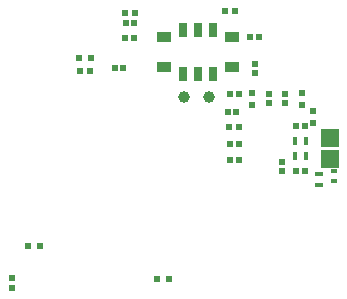
<source format=gbp>
G04*
G04 #@! TF.GenerationSoftware,Altium Limited,Altium Designer,24.1.2 (44)*
G04*
G04 Layer_Color=128*
%FSLAX44Y44*%
%MOMM*%
G71*
G04*
G04 #@! TF.SameCoordinates,BDBBCEB5-9933-478C-A866-C286992FDBA5*
G04*
G04*
G04 #@! TF.FilePolarity,Positive*
G04*
G01*
G75*
%ADD22R,0.4725X0.5153*%
%ADD26R,0.5725X0.6153*%
%ADD27R,0.4725X0.5811*%
%ADD29R,0.6000X0.5000*%
%ADD31R,0.5000X0.6000*%
%ADD33R,0.5153X0.4725*%
%ADD34C,1.0000*%
%ADD89R,0.5200X0.5200*%
%ADD90R,0.6153X0.5725*%
%ADD91R,0.5811X0.4725*%
%ADD92R,1.2500X0.8500*%
%ADD93R,0.6500X1.2500*%
%ADD94R,0.5596X0.5621*%
%ADD95R,1.5562X1.5544*%
%ADD96R,0.4500X0.6750*%
%ADD97R,0.6750X0.4500*%
%ADD98R,0.5000X0.4000*%
D22*
X821690Y654026D02*
D03*
Y646454D02*
D03*
X824230Y711176D02*
D03*
Y703604D02*
D03*
X810260Y711176D02*
D03*
Y703604D02*
D03*
D26*
X592750Y546964D02*
D03*
Y555536D02*
D03*
D27*
X798750Y729595D02*
D03*
Y736905D02*
D03*
D29*
X847500Y697250D02*
D03*
Y687250D02*
D03*
X796290Y702390D02*
D03*
Y712390D02*
D03*
X838200Y702390D02*
D03*
Y712390D02*
D03*
D31*
X649500Y742000D02*
D03*
X659500D02*
D03*
X716000Y554750D02*
D03*
X726000D02*
D03*
X616500Y582750D02*
D03*
X606500D02*
D03*
D33*
X794464Y760000D02*
D03*
X802036D02*
D03*
X777264Y711200D02*
D03*
X784836D02*
D03*
X775500Y696250D02*
D03*
X783071D02*
D03*
X840716Y684530D02*
D03*
X833144D02*
D03*
X777264Y669290D02*
D03*
X784836D02*
D03*
X777264Y655320D02*
D03*
X784836D02*
D03*
X833144Y646430D02*
D03*
X840716D02*
D03*
D34*
X759750Y708750D02*
D03*
X738250D02*
D03*
D89*
X689000Y779750D02*
D03*
X697000D02*
D03*
D90*
X773214Y782000D02*
D03*
X781786D02*
D03*
X659036Y731000D02*
D03*
X650464D02*
D03*
D91*
X687155Y733750D02*
D03*
X679845D02*
D03*
X696655Y771750D02*
D03*
X689345D02*
D03*
X696155Y758500D02*
D03*
X688845D02*
D03*
D92*
X779250Y759700D02*
D03*
X721750D02*
D03*
Y734300D02*
D03*
X779250D02*
D03*
D93*
X763200Y765750D02*
D03*
X750500D02*
D03*
X737800D02*
D03*
Y728250D02*
D03*
X750500D02*
D03*
X763200D02*
D03*
D94*
X777038Y683260D02*
D03*
X785062D02*
D03*
D95*
X862330Y674239D02*
D03*
Y656721D02*
D03*
D96*
X832305Y671830D02*
D03*
X841555D02*
D03*
X832305Y659130D02*
D03*
X841555D02*
D03*
D97*
X852750Y634375D02*
D03*
Y643625D02*
D03*
D98*
X865250Y646000D02*
D03*
Y638000D02*
D03*
M02*

</source>
